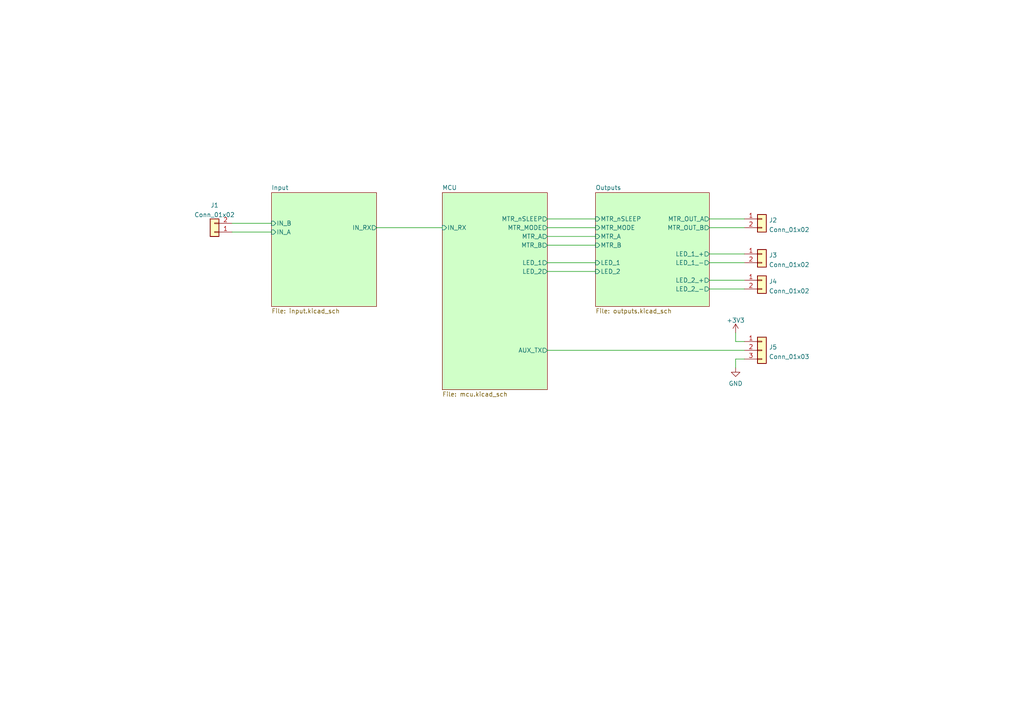
<source format=kicad_sch>
(kicad_sch (version 20211123) (generator eeschema)

  (uuid e63e39d7-6ac0-4ffd-8aa3-1841a4541b55)

  (paper "A4")

  (lib_symbols
    (symbol "Connector_Generic:Conn_01x02" (pin_names (offset 1.016) hide) (in_bom yes) (on_board yes)
      (property "Reference" "J" (id 0) (at 0 2.54 0)
        (effects (font (size 1.27 1.27)))
      )
      (property "Value" "Conn_01x02" (id 1) (at 0 -5.08 0)
        (effects (font (size 1.27 1.27)))
      )
      (property "Footprint" "" (id 2) (at 0 0 0)
        (effects (font (size 1.27 1.27)) hide)
      )
      (property "Datasheet" "~" (id 3) (at 0 0 0)
        (effects (font (size 1.27 1.27)) hide)
      )
      (property "ki_keywords" "connector" (id 4) (at 0 0 0)
        (effects (font (size 1.27 1.27)) hide)
      )
      (property "ki_description" "Generic connector, single row, 01x02, script generated (kicad-library-utils/schlib/autogen/connector/)" (id 5) (at 0 0 0)
        (effects (font (size 1.27 1.27)) hide)
      )
      (property "ki_fp_filters" "Connector*:*_1x??_*" (id 6) (at 0 0 0)
        (effects (font (size 1.27 1.27)) hide)
      )
      (symbol "Conn_01x02_1_1"
        (rectangle (start -1.27 -2.413) (end 0 -2.667)
          (stroke (width 0.1524) (type default) (color 0 0 0 0))
          (fill (type none))
        )
        (rectangle (start -1.27 0.127) (end 0 -0.127)
          (stroke (width 0.1524) (type default) (color 0 0 0 0))
          (fill (type none))
        )
        (rectangle (start -1.27 1.27) (end 1.27 -3.81)
          (stroke (width 0.254) (type default) (color 0 0 0 0))
          (fill (type background))
        )
        (pin passive line (at -5.08 0 0) (length 3.81)
          (name "Pin_1" (effects (font (size 1.27 1.27))))
          (number "1" (effects (font (size 1.27 1.27))))
        )
        (pin passive line (at -5.08 -2.54 0) (length 3.81)
          (name "Pin_2" (effects (font (size 1.27 1.27))))
          (number "2" (effects (font (size 1.27 1.27))))
        )
      )
    )
    (symbol "Connector_Generic:Conn_01x03" (pin_names (offset 1.016) hide) (in_bom yes) (on_board yes)
      (property "Reference" "J" (id 0) (at 0 5.08 0)
        (effects (font (size 1.27 1.27)))
      )
      (property "Value" "Conn_01x03" (id 1) (at 0 -5.08 0)
        (effects (font (size 1.27 1.27)))
      )
      (property "Footprint" "" (id 2) (at 0 0 0)
        (effects (font (size 1.27 1.27)) hide)
      )
      (property "Datasheet" "~" (id 3) (at 0 0 0)
        (effects (font (size 1.27 1.27)) hide)
      )
      (property "ki_keywords" "connector" (id 4) (at 0 0 0)
        (effects (font (size 1.27 1.27)) hide)
      )
      (property "ki_description" "Generic connector, single row, 01x03, script generated (kicad-library-utils/schlib/autogen/connector/)" (id 5) (at 0 0 0)
        (effects (font (size 1.27 1.27)) hide)
      )
      (property "ki_fp_filters" "Connector*:*_1x??_*" (id 6) (at 0 0 0)
        (effects (font (size 1.27 1.27)) hide)
      )
      (symbol "Conn_01x03_1_1"
        (rectangle (start -1.27 -2.413) (end 0 -2.667)
          (stroke (width 0.1524) (type default) (color 0 0 0 0))
          (fill (type none))
        )
        (rectangle (start -1.27 0.127) (end 0 -0.127)
          (stroke (width 0.1524) (type default) (color 0 0 0 0))
          (fill (type none))
        )
        (rectangle (start -1.27 2.667) (end 0 2.413)
          (stroke (width 0.1524) (type default) (color 0 0 0 0))
          (fill (type none))
        )
        (rectangle (start -1.27 3.81) (end 1.27 -3.81)
          (stroke (width 0.254) (type default) (color 0 0 0 0))
          (fill (type background))
        )
        (pin passive line (at -5.08 2.54 0) (length 3.81)
          (name "Pin_1" (effects (font (size 1.27 1.27))))
          (number "1" (effects (font (size 1.27 1.27))))
        )
        (pin passive line (at -5.08 0 0) (length 3.81)
          (name "Pin_2" (effects (font (size 1.27 1.27))))
          (number "2" (effects (font (size 1.27 1.27))))
        )
        (pin passive line (at -5.08 -2.54 0) (length 3.81)
          (name "Pin_3" (effects (font (size 1.27 1.27))))
          (number "3" (effects (font (size 1.27 1.27))))
        )
      )
    )
    (symbol "power:+3V3" (power) (pin_names (offset 0)) (in_bom yes) (on_board yes)
      (property "Reference" "#PWR" (id 0) (at 0 -3.81 0)
        (effects (font (size 1.27 1.27)) hide)
      )
      (property "Value" "+3V3" (id 1) (at 0 3.556 0)
        (effects (font (size 1.27 1.27)))
      )
      (property "Footprint" "" (id 2) (at 0 0 0)
        (effects (font (size 1.27 1.27)) hide)
      )
      (property "Datasheet" "" (id 3) (at 0 0 0)
        (effects (font (size 1.27 1.27)) hide)
      )
      (property "ki_keywords" "power-flag" (id 4) (at 0 0 0)
        (effects (font (size 1.27 1.27)) hide)
      )
      (property "ki_description" "Power symbol creates a global label with name \"+3V3\"" (id 5) (at 0 0 0)
        (effects (font (size 1.27 1.27)) hide)
      )
      (symbol "+3V3_0_1"
        (polyline
          (pts
            (xy -0.762 1.27)
            (xy 0 2.54)
          )
          (stroke (width 0) (type default) (color 0 0 0 0))
          (fill (type none))
        )
        (polyline
          (pts
            (xy 0 0)
            (xy 0 2.54)
          )
          (stroke (width 0) (type default) (color 0 0 0 0))
          (fill (type none))
        )
        (polyline
          (pts
            (xy 0 2.54)
            (xy 0.762 1.27)
          )
          (stroke (width 0) (type default) (color 0 0 0 0))
          (fill (type none))
        )
      )
      (symbol "+3V3_1_1"
        (pin power_in line (at 0 0 90) (length 0) hide
          (name "+3V3" (effects (font (size 1.27 1.27))))
          (number "1" (effects (font (size 1.27 1.27))))
        )
      )
    )
    (symbol "power:GND" (power) (pin_names (offset 0)) (in_bom yes) (on_board yes)
      (property "Reference" "#PWR" (id 0) (at 0 -6.35 0)
        (effects (font (size 1.27 1.27)) hide)
      )
      (property "Value" "GND" (id 1) (at 0 -3.81 0)
        (effects (font (size 1.27 1.27)))
      )
      (property "Footprint" "" (id 2) (at 0 0 0)
        (effects (font (size 1.27 1.27)) hide)
      )
      (property "Datasheet" "" (id 3) (at 0 0 0)
        (effects (font (size 1.27 1.27)) hide)
      )
      (property "ki_keywords" "power-flag" (id 4) (at 0 0 0)
        (effects (font (size 1.27 1.27)) hide)
      )
      (property "ki_description" "Power symbol creates a global label with name \"GND\" , ground" (id 5) (at 0 0 0)
        (effects (font (size 1.27 1.27)) hide)
      )
      (symbol "GND_0_1"
        (polyline
          (pts
            (xy 0 0)
            (xy 0 -1.27)
            (xy 1.27 -1.27)
            (xy 0 -2.54)
            (xy -1.27 -1.27)
            (xy 0 -1.27)
          )
          (stroke (width 0) (type default) (color 0 0 0 0))
          (fill (type none))
        )
      )
      (symbol "GND_1_1"
        (pin power_in line (at 0 0 270) (length 0) hide
          (name "GND" (effects (font (size 1.27 1.27))))
          (number "1" (effects (font (size 1.27 1.27))))
        )
      )
    )
  )


  (wire (pts (xy 158.75 63.5) (xy 172.72 63.5))
    (stroke (width 0) (type default) (color 0 0 0 0))
    (uuid 08dca4a5-bcb8-49ac-9308-0845170615f1)
  )
  (wire (pts (xy 158.75 78.74) (xy 172.72 78.74))
    (stroke (width 0) (type default) (color 0 0 0 0))
    (uuid 15eee9af-1d96-4e9f-97ef-d5fd559f0218)
  )
  (wire (pts (xy 158.75 66.04) (xy 172.72 66.04))
    (stroke (width 0) (type default) (color 0 0 0 0))
    (uuid 176464a8-c76f-4d8b-9b93-73d3b009ab65)
  )
  (wire (pts (xy 158.75 101.6) (xy 215.9 101.6))
    (stroke (width 0) (type default) (color 0 0 0 0))
    (uuid 2e958add-fa99-48ea-9fb1-ecea508747ed)
  )
  (wire (pts (xy 215.9 104.14) (xy 213.36 104.14))
    (stroke (width 0) (type default) (color 0 0 0 0))
    (uuid 3c8e9470-5ce2-4f18-9867-34cb5d3d04b7)
  )
  (wire (pts (xy 158.75 68.58) (xy 172.72 68.58))
    (stroke (width 0) (type default) (color 0 0 0 0))
    (uuid 3e770c14-e069-4a31-b400-2cdbdb4da2d5)
  )
  (wire (pts (xy 158.75 76.2) (xy 172.72 76.2))
    (stroke (width 0) (type default) (color 0 0 0 0))
    (uuid 50f65e5b-59f1-4b90-9685-477041d99e2f)
  )
  (wire (pts (xy 215.9 99.06) (xy 213.36 99.06))
    (stroke (width 0) (type default) (color 0 0 0 0))
    (uuid 569e0518-fb12-4fb3-af61-8589fd8add08)
  )
  (wire (pts (xy 213.36 104.14) (xy 213.36 106.68))
    (stroke (width 0) (type default) (color 0 0 0 0))
    (uuid 7e6d330e-712e-4bfe-b6c2-b13ce24d22d2)
  )
  (wire (pts (xy 213.36 99.06) (xy 213.36 96.52))
    (stroke (width 0) (type default) (color 0 0 0 0))
    (uuid 8aef043c-037f-4745-8637-95b45492b20f)
  )
  (wire (pts (xy 205.74 81.28) (xy 215.9 81.28))
    (stroke (width 0) (type default) (color 0 0 0 0))
    (uuid 9d964007-1179-4701-baca-d649887dbb50)
  )
  (wire (pts (xy 109.22 66.04) (xy 128.27 66.04))
    (stroke (width 0) (type default) (color 0 0 0 0))
    (uuid a42ca818-867b-421c-a4c7-7f3e28f58465)
  )
  (wire (pts (xy 205.74 63.5) (xy 215.9 63.5))
    (stroke (width 0) (type default) (color 0 0 0 0))
    (uuid be9f77dc-69cf-4aa1-a785-cddad5658944)
  )
  (wire (pts (xy 205.74 83.82) (xy 215.9 83.82))
    (stroke (width 0) (type default) (color 0 0 0 0))
    (uuid c055555a-86c5-407c-8d15-23bcba61e409)
  )
  (wire (pts (xy 158.75 71.12) (xy 172.72 71.12))
    (stroke (width 0) (type default) (color 0 0 0 0))
    (uuid ce634016-4784-49af-9e12-d769405687e6)
  )
  (wire (pts (xy 205.74 73.66) (xy 215.9 73.66))
    (stroke (width 0) (type default) (color 0 0 0 0))
    (uuid d04d7e6d-6890-4392-9174-65c11592ae94)
  )
  (wire (pts (xy 67.31 64.77) (xy 78.74 64.77))
    (stroke (width 0) (type default) (color 0 0 0 0))
    (uuid d43be89d-b479-416a-a2da-eff30fb03d78)
  )
  (wire (pts (xy 67.31 67.31) (xy 78.74 67.31))
    (stroke (width 0) (type default) (color 0 0 0 0))
    (uuid dcc71b90-4275-4718-91bc-7f06c2f2f682)
  )
  (wire (pts (xy 205.74 76.2) (xy 215.9 76.2))
    (stroke (width 0) (type default) (color 0 0 0 0))
    (uuid de55d74c-ec1b-4d2b-9f0b-7a425a8f7405)
  )
  (wire (pts (xy 205.74 66.04) (xy 215.9 66.04))
    (stroke (width 0) (type default) (color 0 0 0 0))
    (uuid e6a7911f-1c23-43b7-bc47-3d28efd9c3b7)
  )

  (symbol (lib_id "Connector_Generic:Conn_01x02") (at 220.98 63.5 0) (unit 1)
    (in_bom yes) (on_board yes) (fields_autoplaced)
    (uuid 157d2776-91b6-476c-884d-f2d34fe83ac4)
    (property "Reference" "J2" (id 0) (at 223.012 63.8615 0)
      (effects (font (size 1.27 1.27)) (justify left))
    )
    (property "Value" "Conn_01x02" (id 1) (at 223.012 66.6366 0)
      (effects (font (size 1.27 1.27)) (justify left))
    )
    (property "Footprint" "Connector_PinHeader_2.54mm:PinHeader_1x02_P2.54mm_Vertical" (id 2) (at 220.98 63.5 0)
      (effects (font (size 1.27 1.27)) hide)
    )
    (property "Datasheet" "~" (id 3) (at 220.98 63.5 0)
      (effects (font (size 1.27 1.27)) hide)
    )
    (pin "1" (uuid 163fb0c9-409e-4ab1-af27-25f12814a09e))
    (pin "2" (uuid 582d63b6-5dce-4f66-a312-90544e479f2e))
  )

  (symbol (lib_id "Connector_Generic:Conn_01x02") (at 220.98 81.28 0) (unit 1)
    (in_bom yes) (on_board yes) (fields_autoplaced)
    (uuid 529690c4-a313-4ec2-b6f8-ebbb63827f8c)
    (property "Reference" "J4" (id 0) (at 223.012 81.6415 0)
      (effects (font (size 1.27 1.27)) (justify left))
    )
    (property "Value" "Conn_01x02" (id 1) (at 223.012 84.4166 0)
      (effects (font (size 1.27 1.27)) (justify left))
    )
    (property "Footprint" "Connector_PinHeader_2.54mm:PinHeader_1x02_P2.54mm_Vertical" (id 2) (at 220.98 81.28 0)
      (effects (font (size 1.27 1.27)) hide)
    )
    (property "Datasheet" "~" (id 3) (at 220.98 81.28 0)
      (effects (font (size 1.27 1.27)) hide)
    )
    (pin "1" (uuid c45adbc4-8224-4cac-a3a6-6a66dcb8f469))
    (pin "2" (uuid adb8e1fb-01ce-4ac9-981b-6336ec61de63))
  )

  (symbol (lib_id "Connector_Generic:Conn_01x02") (at 62.23 67.31 180) (unit 1)
    (in_bom yes) (on_board yes) (fields_autoplaced)
    (uuid 58ebd653-1e67-4781-9033-391b4bebf681)
    (property "Reference" "J1" (id 0) (at 62.23 59.5335 0))
    (property "Value" "Conn_01x02" (id 1) (at 62.23 62.3086 0))
    (property "Footprint" "Connector_PinHeader_2.54mm:PinHeader_1x02_P2.54mm_Vertical" (id 2) (at 62.23 67.31 0)
      (effects (font (size 1.27 1.27)) hide)
    )
    (property "Datasheet" "~" (id 3) (at 62.23 67.31 0)
      (effects (font (size 1.27 1.27)) hide)
    )
    (pin "1" (uuid cfbea7d8-7d26-445d-bcf8-99674ca859ec))
    (pin "2" (uuid bc47dbfa-7ff0-48c8-b1cc-7c272d4cafa1))
  )

  (symbol (lib_id "power:GND") (at 213.36 106.68 0) (unit 1)
    (in_bom yes) (on_board yes) (fields_autoplaced)
    (uuid c1eda8d6-4955-4755-8da8-9f5f4ed0f988)
    (property "Reference" "#PWR02" (id 0) (at 213.36 113.03 0)
      (effects (font (size 1.27 1.27)) hide)
    )
    (property "Value" "GND" (id 1) (at 213.36 111.2425 0))
    (property "Footprint" "" (id 2) (at 213.36 106.68 0)
      (effects (font (size 1.27 1.27)) hide)
    )
    (property "Datasheet" "" (id 3) (at 213.36 106.68 0)
      (effects (font (size 1.27 1.27)) hide)
    )
    (pin "1" (uuid bc9f1ded-2f0e-4a5e-a7fc-4a2cc20c1337))
  )

  (symbol (lib_id "power:+3V3") (at 213.36 96.52 0) (unit 1)
    (in_bom yes) (on_board yes) (fields_autoplaced)
    (uuid c582d51c-ef94-4788-8b7e-097cb588dd31)
    (property "Reference" "#PWR01" (id 0) (at 213.36 100.33 0)
      (effects (font (size 1.27 1.27)) hide)
    )
    (property "Value" "+3V3" (id 1) (at 213.36 92.9155 0))
    (property "Footprint" "" (id 2) (at 213.36 96.52 0)
      (effects (font (size 1.27 1.27)) hide)
    )
    (property "Datasheet" "" (id 3) (at 213.36 96.52 0)
      (effects (font (size 1.27 1.27)) hide)
    )
    (pin "1" (uuid c182f0c5-1ee6-4208-b897-bd0d844ca760))
  )

  (symbol (lib_id "Connector_Generic:Conn_01x03") (at 220.98 101.6 0) (unit 1)
    (in_bom yes) (on_board yes) (fields_autoplaced)
    (uuid cca33e9b-ed08-4e5e-a2f4-3b8145987dd5)
    (property "Reference" "J5" (id 0) (at 223.012 100.6915 0)
      (effects (font (size 1.27 1.27)) (justify left))
    )
    (property "Value" "Conn_01x03" (id 1) (at 223.012 103.4666 0)
      (effects (font (size 1.27 1.27)) (justify left))
    )
    (property "Footprint" "Connector_PinHeader_2.54mm:PinHeader_1x03_P2.54mm_Vertical" (id 2) (at 220.98 101.6 0)
      (effects (font (size 1.27 1.27)) hide)
    )
    (property "Datasheet" "~" (id 3) (at 220.98 101.6 0)
      (effects (font (size 1.27 1.27)) hide)
    )
    (pin "1" (uuid b80bdec7-e954-46f1-bfe8-3b6f5a27217a))
    (pin "2" (uuid 8c62e620-787b-4c47-97db-e029c7f95edd))
    (pin "3" (uuid f57c0e44-be29-4e1c-8e3d-9bc78cf4d4ec))
  )

  (symbol (lib_id "Connector_Generic:Conn_01x02") (at 220.98 73.66 0) (unit 1)
    (in_bom yes) (on_board yes) (fields_autoplaced)
    (uuid fa892787-100f-41d8-8e84-85c8d54502b0)
    (property "Reference" "J3" (id 0) (at 223.012 74.0215 0)
      (effects (font (size 1.27 1.27)) (justify left))
    )
    (property "Value" "Conn_01x02" (id 1) (at 223.012 76.7966 0)
      (effects (font (size 1.27 1.27)) (justify left))
    )
    (property "Footprint" "Connector_PinHeader_2.54mm:PinHeader_1x02_P2.54mm_Vertical" (id 2) (at 220.98 73.66 0)
      (effects (font (size 1.27 1.27)) hide)
    )
    (property "Datasheet" "~" (id 3) (at 220.98 73.66 0)
      (effects (font (size 1.27 1.27)) hide)
    )
    (pin "1" (uuid 45889a81-28eb-4b7a-9d4d-9c16fe0f7134))
    (pin "2" (uuid 9521b4e5-4c49-4300-8cba-e1029af354e3))
  )

  (sheet (at 128.27 55.88) (size 30.48 57.15) (fields_autoplaced)
    (stroke (width 0.1524) (type solid) (color 0 0 0 0))
    (fill (color 208 255 200 1.0000))
    (uuid 006a6a53-cbff-44fe-a8c9-e725eb0ac93c)
    (property "Sheet name" "MCU" (id 0) (at 128.27 55.1684 0)
      (effects (font (size 1.27 1.27)) (justify left bottom))
    )
    (property "Sheet file" "mcu.kicad_sch" (id 1) (at 128.27 113.6146 0)
      (effects (font (size 1.27 1.27)) (justify left top))
    )
    (pin "MTR_MODE" output (at 158.75 66.04 0)
      (effects (font (size 1.27 1.27)) (justify right))
      (uuid ed651962-d91b-4de3-bf48-d4a10cf833c7)
    )
    (pin "IN_RX" input (at 128.27 66.04 180)
      (effects (font (size 1.27 1.27)) (justify left))
      (uuid 1cb0a01c-9527-4ae6-8cb3-7bbd1300e76f)
    )
    (pin "MTR_A" output (at 158.75 68.58 0)
      (effects (font (size 1.27 1.27)) (justify right))
      (uuid b1722b2c-f7d7-4ec4-bb16-d244f95aa19b)
    )
    (pin "MTR_nSLEEP" output (at 158.75 63.5 0)
      (effects (font (size 1.27 1.27)) (justify right))
      (uuid 79b96a72-02e5-4192-b066-18d368898b95)
    )
    (pin "MTR_B" output (at 158.75 71.12 0)
      (effects (font (size 1.27 1.27)) (justify right))
      (uuid 9cacc9fd-64e0-4cea-9bb5-529a484c6896)
    )
    (pin "AUX_TX" output (at 158.75 101.6 0)
      (effects (font (size 1.27 1.27)) (justify right))
      (uuid e4a47c1e-6f80-46d5-a6df-285f77349363)
    )
    (pin "LED_1" output (at 158.75 76.2 0)
      (effects (font (size 1.27 1.27)) (justify right))
      (uuid a8afad2b-0f78-4eec-a0cd-e15b10e169cc)
    )
    (pin "LED_2" output (at 158.75 78.74 0)
      (effects (font (size 1.27 1.27)) (justify right))
      (uuid dfad02e7-1a08-4ce5-85d7-87fb0a2aed8a)
    )
  )

  (sheet (at 172.72 55.88) (size 33.02 33.02) (fields_autoplaced)
    (stroke (width 0.1524) (type solid) (color 0 0 0 0))
    (fill (color 208 255 200 1.0000))
    (uuid 31179367-4735-43b8-ab87-5731fd116c29)
    (property "Sheet name" "Outputs" (id 0) (at 172.72 55.1684 0)
      (effects (font (size 1.27 1.27)) (justify left bottom))
    )
    (property "Sheet file" "outputs.kicad_sch" (id 1) (at 172.72 89.4846 0)
      (effects (font (size 1.27 1.27)) (justify left top))
    )
    (pin "MTR_A" input (at 172.72 68.58 180)
      (effects (font (size 1.27 1.27)) (justify left))
      (uuid 18da1ff9-e41d-46c6-b4e9-a78d98caa70b)
    )
    (pin "MTR_B" input (at 172.72 71.12 180)
      (effects (font (size 1.27 1.27)) (justify left))
      (uuid ac561f0f-e2d9-418e-a269-0129695a62f8)
    )
    (pin "MTR_MODE" input (at 172.72 66.04 180)
      (effects (font (size 1.27 1.27)) (justify left))
      (uuid e9e5271b-d255-4e0d-a462-bde83387c840)
    )
    (pin "MTR_nSLEEP" input (at 172.72 63.5 180)
      (effects (font (size 1.27 1.27)) (justify left))
      (uuid 13d6fad7-9e96-411d-ab56-2e3a1ba943e9)
    )
    (pin "MTR_OUT_A" output (at 205.74 63.5 0)
      (effects (font (size 1.27 1.27)) (justify right))
      (uuid 3ebe30cf-5828-42ea-915e-d98368c6a11d)
    )
    (pin "MTR_OUT_B" output (at 205.74 66.04 0)
      (effects (font (size 1.27 1.27)) (justify right))
      (uuid 48d46ea8-cce0-4a66-ae14-7282ed68798a)
    )
    (pin "LED_1" input (at 172.72 76.2 180)
      (effects (font (size 1.27 1.27)) (justify left))
      (uuid 34f940f9-c178-4786-8f03-74410d075c35)
    )
    (pin "LED_2" input (at 172.72 78.74 180)
      (effects (font (size 1.27 1.27)) (justify left))
      (uuid d41b5ac0-ab64-4a9b-a6fc-275b510b5a30)
    )
    (pin "LED_1_+" output (at 205.74 73.66 0)
      (effects (font (size 1.27 1.27)) (justify right))
      (uuid d2d4ddb1-eea7-4352-abef-6e07ef7d659a)
    )
    (pin "LED_1_-" output (at 205.74 76.2 0)
      (effects (font (size 1.27 1.27)) (justify right))
      (uuid a85d2ec2-9c67-43ac-96b7-7126e9ad43cb)
    )
    (pin "LED_2_-" output (at 205.74 83.82 0)
      (effects (font (size 1.27 1.27)) (justify right))
      (uuid af34c5e0-6852-4619-8ea3-43d7ae048d9f)
    )
    (pin "LED_2_+" output (at 205.74 81.28 0)
      (effects (font (size 1.27 1.27)) (justify right))
      (uuid bd7e1d8d-32e0-49e0-942a-4fef39ff1f4f)
    )
  )

  (sheet (at 78.74 55.88) (size 30.48 33.02) (fields_autoplaced)
    (stroke (width 0.1524) (type solid) (color 0 0 0 0))
    (fill (color 208 255 200 1.0000))
    (uuid 6b1a99eb-c0db-4ff7-b6fa-940edd4023a7)
    (property "Sheet name" "Input" (id 0) (at 78.74 55.1684 0)
      (effects (font (size 1.27 1.27)) (justify left bottom))
    )
    (property "Sheet file" "input.kicad_sch" (id 1) (at 78.74 89.4846 0)
      (effects (font (size 1.27 1.27)) (justify left top))
    )
    (pin "IN_RX" output (at 109.22 66.04 0)
      (effects (font (size 1.27 1.27)) (justify right))
      (uuid 16acee5a-c542-40cb-b967-4bacfed092cf)
    )
    (pin "IN_B" input (at 78.74 64.77 180)
      (effects (font (size 1.27 1.27)) (justify left))
      (uuid 0c5064a5-0033-4024-ad87-9b76df60228b)
    )
    (pin "IN_A" input (at 78.74 67.31 180)
      (effects (font (size 1.27 1.27)) (justify left))
      (uuid 0a8ce70d-6935-4b1f-8b3b-9bc7c0decaf0)
    )
  )

  (sheet_instances
    (path "/" (page "1"))
    (path "/006a6a53-cbff-44fe-a8c9-e725eb0ac93c" (page "2"))
    (path "/31179367-4735-43b8-ab87-5731fd116c29" (page "3"))
    (path "/6b1a99eb-c0db-4ff7-b6fa-940edd4023a7" (page "4"))
  )

  (symbol_instances
    (path "/c582d51c-ef94-4788-8b7e-097cb588dd31"
      (reference "#PWR01") (unit 1) (value "+3V3") (footprint "")
    )
    (path "/c1eda8d6-4955-4755-8da8-9f5f4ed0f988"
      (reference "#PWR02") (unit 1) (value "GND") (footprint "")
    )
    (path "/006a6a53-cbff-44fe-a8c9-e725eb0ac93c/3388d306-cd68-443e-8712-45aaf8c91810"
      (reference "#PWR03") (unit 1) (value "+12V") (footprint "")
    )
    (path "/006a6a53-cbff-44fe-a8c9-e725eb0ac93c/0d9be1de-641a-4885-af2b-e3447019baf4"
      (reference "#PWR04") (unit 1) (value "+3V3") (footprint "")
    )
    (path "/006a6a53-cbff-44fe-a8c9-e725eb0ac93c/38491887-33ac-4d37-8ca9-b33c0f9119db"
      (reference "#PWR05") (unit 1) (value "GND") (footprint "")
    )
    (path "/006a6a53-cbff-44fe-a8c9-e725eb0ac93c/be008078-839e-4ac4-9163-ae0a17915c75"
      (reference "#PWR06") (unit 1) (value "+3V3") (footprint "")
    )
    (path "/006a6a53-cbff-44fe-a8c9-e725eb0ac93c/376164d5-be20-4df3-b3e6-b180f2330e73"
      (reference "#PWR07") (unit 1) (value "GND") (footprint "")
    )
    (path "/006a6a53-cbff-44fe-a8c9-e725eb0ac93c/5ef0cf30-178a-472d-ba21-a58fac7bd737"
      (reference "#PWR08") (unit 1) (value "+3V3") (footprint "")
    )
    (path "/006a6a53-cbff-44fe-a8c9-e725eb0ac93c/ded9af35-f1d4-4189-89a0-61c844e7f855"
      (reference "#PWR09") (unit 1) (value "GND") (footprint "")
    )
    (path "/006a6a53-cbff-44fe-a8c9-e725eb0ac93c/4774d3f2-e139-4a47-bf0b-22d03ce0a611"
      (reference "#PWR010") (unit 1) (value "+3V3") (footprint "")
    )
    (path "/006a6a53-cbff-44fe-a8c9-e725eb0ac93c/9f34b5d4-6fd5-40d8-9ac9-78250ad65c7e"
      (reference "#PWR011") (unit 1) (value "+3V3") (footprint "")
    )
    (path "/006a6a53-cbff-44fe-a8c9-e725eb0ac93c/312a4608-72ae-49dc-9a4a-1e1b9d75e7d3"
      (reference "#PWR012") (unit 1) (value "GND") (footprint "")
    )
    (path "/006a6a53-cbff-44fe-a8c9-e725eb0ac93c/f8c58113-2950-4d78-b8dd-a7034c6141e0"
      (reference "#PWR013") (unit 1) (value "GND") (footprint "")
    )
    (path "/006a6a53-cbff-44fe-a8c9-e725eb0ac93c/c4003fe4-9159-482a-9806-c0b4030abec1"
      (reference "#PWR014") (unit 1) (value "+3V3") (footprint "")
    )
    (path "/31179367-4735-43b8-ab87-5731fd116c29/6ef5569d-eadd-405f-89ce-2ff855cd5d9e"
      (reference "#PWR015") (unit 1) (value "+12V") (footprint "")
    )
    (path "/31179367-4735-43b8-ab87-5731fd116c29/0b862dd0-afd9-4a89-8f9c-33258f39a81a"
      (reference "#PWR016") (unit 1) (value "GND") (footprint "")
    )
    (path "/31179367-4735-43b8-ab87-5731fd116c29/54081a83-f371-4f08-af67-3c01ceaa05c4"
      (reference "#PWR017") (unit 1) (value "+12V") (footprint "")
    )
    (path "/31179367-4735-43b8-ab87-5731fd116c29/02f20395-581e-4e5a-852a-94ecaeea9b4c"
      (reference "#PWR018") (unit 1) (value "GND") (footprint "")
    )
    (path "/31179367-4735-43b8-ab87-5731fd116c29/75f3f9d6-40ff-4d94-9039-f3430194542e"
      (reference "#PWR019") (unit 1) (value "+12V") (footprint "")
    )
    (path "/31179367-4735-43b8-ab87-5731fd116c29/ed9c1f4b-70a9-4346-9096-86e483726ce0"
      (reference "#PWR020") (unit 1) (value "GND") (footprint "")
    )
    (path "/6b1a99eb-c0db-4ff7-b6fa-940edd4023a7/160fa1bf-95d4-40e0-9a37-315104155b63"
      (reference "#PWR021") (unit 1) (value "GND") (footprint "")
    )
    (path "/6b1a99eb-c0db-4ff7-b6fa-940edd4023a7/d982aedd-2fa4-4c75-b13e-a1d0fdf14d42"
      (reference "#PWR022") (unit 1) (value "+12V") (footprint "")
    )
    (path "/6b1a99eb-c0db-4ff7-b6fa-940edd4023a7/f67b0151-2d28-4f6c-8810-74376d6e3c69"
      (reference "#PWR023") (unit 1) (value "GND") (footprint "")
    )
    (path "/6b1a99eb-c0db-4ff7-b6fa-940edd4023a7/f0122f77-23b2-4b40-b15a-135dbe9a80cf"
      (reference "#PWR024") (unit 1) (value "+3V3") (footprint "")
    )
    (path "/6b1a99eb-c0db-4ff7-b6fa-940edd4023a7/25c8ef28-a876-43e1-a453-9b8a12168994"
      (reference "#PWR025") (unit 1) (value "GND") (footprint "")
    )
    (path "/006a6a53-cbff-44fe-a8c9-e725eb0ac93c/baf01f49-22d3-46b5-8f4a-59c476795571"
      (reference "#PWR0101") (unit 1) (value "GND") (footprint "")
    )
    (path "/006a6a53-cbff-44fe-a8c9-e725eb0ac93c/26350851-2b6b-4c76-8ab3-026f5ce760a8"
      (reference "C1") (unit 1) (value "C_0402") (footprint "C_Capacitor:C_0402")
    )
    (path "/006a6a53-cbff-44fe-a8c9-e725eb0ac93c/b6f847c1-775c-4d7c-970a-1683eaf13d8c"
      (reference "C2") (unit 1) (value "C_0402") (footprint "C_Capacitor:C_0402")
    )
    (path "/006a6a53-cbff-44fe-a8c9-e725eb0ac93c/0eb19d5d-faf4-4b84-aea0-ccd64f187919"
      (reference "C3") (unit 1) (value "C_0402") (footprint "C_Capacitor:C_0402")
    )
    (path "/006a6a53-cbff-44fe-a8c9-e725eb0ac93c/a4515b28-9d08-4dab-9e48-8e9070dff0ee"
      (reference "C4") (unit 1) (value "C_0402") (footprint "C_Capacitor:C_0402")
    )
    (path "/006a6a53-cbff-44fe-a8c9-e725eb0ac93c/3b962f44-9c28-407a-a303-a9ab39086592"
      (reference "C5") (unit 1) (value "C_0402") (footprint "C_Capacitor:C_0402")
    )
    (path "/006a6a53-cbff-44fe-a8c9-e725eb0ac93c/f89a2001-8af1-43d6-a38d-971c7f61226f"
      (reference "C6") (unit 1) (value "C_0805") (footprint "C_Capacitor:C_0805")
    )
    (path "/006a6a53-cbff-44fe-a8c9-e725eb0ac93c/6feb2bc1-69c0-4a28-b1fc-77f49d5ab78f"
      (reference "C7") (unit 1) (value "C_0805") (footprint "C_Capacitor:C_0805")
    )
    (path "/31179367-4735-43b8-ab87-5731fd116c29/0d48d927-0c62-490c-8616-63370b7e19ae"
      (reference "C8") (unit 1) (value "C_0402") (footprint "C_Capacitor:C_0402")
    )
    (path "/31179367-4735-43b8-ab87-5731fd116c29/be2eca24-c96a-4723-9095-cf4fc1556172"
      (reference "C9") (unit 1) (value "C_0805") (footprint "C_Capacitor:C_0805")
    )
    (path "/6b1a99eb-c0db-4ff7-b6fa-940edd4023a7/9649a60f-267e-4713-b852-6fe8cae44bed"
      (reference "C10") (unit 1) (value "C_0402") (footprint "C_Capacitor:C_0402")
    )
    (path "/6b1a99eb-c0db-4ff7-b6fa-940edd4023a7/e7ecfe48-51d2-44c5-894b-bc1a953fb11b"
      (reference "C11") (unit 1) (value "C_0402") (footprint "C_Capacitor:C_0402")
    )
    (path "/6b1a99eb-c0db-4ff7-b6fa-940edd4023a7/d72dfd7d-3edb-4d12-8c8f-fae06686d29e"
      (reference "D1") (unit 1) (value "BAS3007ARPPE6327HTSA1") (footprint "U_IC:SOT23_4")
    )
    (path "/006a6a53-cbff-44fe-a8c9-e725eb0ac93c/f920fce2-c070-4015-81ca-c00d3dcfd63a"
      (reference "DS1") (unit 1) (value "DS_0603") (footprint "DS_LED:DS_0603")
    )
    (path "/58ebd653-1e67-4781-9033-391b4bebf681"
      (reference "J1") (unit 1) (value "Conn_01x02") (footprint "Connector_PinHeader_2.54mm:PinHeader_1x02_P2.54mm_Vertical")
    )
    (path "/157d2776-91b6-476c-884d-f2d34fe83ac4"
      (reference "J2") (unit 1) (value "Conn_01x02") (footprint "Connector_PinHeader_2.54mm:PinHeader_1x02_P2.54mm_Vertical")
    )
    (path "/fa892787-100f-41d8-8e84-85c8d54502b0"
      (reference "J3") (unit 1) (value "Conn_01x02") (footprint "Connector_PinHeader_2.54mm:PinHeader_1x02_P2.54mm_Vertical")
    )
    (path "/529690c4-a313-4ec2-b6f8-ebbb63827f8c"
      (reference "J4") (unit 1) (value "Conn_01x02") (footprint "Connector_PinHeader_2.54mm:PinHeader_1x02_P2.54mm_Vertical")
    )
    (path "/cca33e9b-ed08-4e5e-a2f4-3b8145987dd5"
      (reference "J5") (unit 1) (value "Conn_01x03") (footprint "Connector_PinHeader_2.54mm:PinHeader_1x03_P2.54mm_Vertical")
    )
    (path "/006a6a53-cbff-44fe-a8c9-e725eb0ac93c/4528f888-4c68-4c45-9ce1-383f0e68cdaa"
      (reference "J6") (unit 1) (value "TC_2030_NL_STLINK") (footprint "N-NonPart:TagConnect_2030_NL")
    )
    (path "/31179367-4735-43b8-ab87-5731fd116c29/2f325cbd-850f-465c-a808-edaca1c17298"
      (reference "Q1") (unit 1) (value "FDN335N") (footprint "U_IC:SOT23_3")
    )
    (path "/31179367-4735-43b8-ab87-5731fd116c29/4c6f7b3f-8a82-4ca0-903b-6f5dd129db0a"
      (reference "Q2") (unit 1) (value "FDN335N") (footprint "U_IC:SOT23_3")
    )
    (path "/006a6a53-cbff-44fe-a8c9-e725eb0ac93c/96ad409d-a68d-4591-a496-9ef158ea4f72"
      (reference "R1") (unit 1) (value "R_0402") (footprint "R_Resistor:R_0402")
    )
    (path "/31179367-4735-43b8-ab87-5731fd116c29/e41b5e7f-9e21-455c-8fbb-0ef45c330407"
      (reference "R2") (unit 1) (value "R_0603") (footprint "R_Resistor:R_0603")
    )
    (path "/31179367-4735-43b8-ab87-5731fd116c29/604d38b5-cff6-4dbb-b65b-30f47c439800"
      (reference "R3") (unit 1) (value "R_0603") (footprint "R_Resistor:R_0603")
    )
    (path "/6b1a99eb-c0db-4ff7-b6fa-940edd4023a7/dc930faf-9ea5-4432-9421-b755c42807f9"
      (reference "R4") (unit 1) (value "R_0402") (footprint "R_Resistor:R_0402")
    )
    (path "/6b1a99eb-c0db-4ff7-b6fa-940edd4023a7/3569fb95-0384-499e-8296-606d77caad98"
      (reference "R5") (unit 1) (value "R_0402") (footprint "R_Resistor:R_0402")
    )
    (path "/6b1a99eb-c0db-4ff7-b6fa-940edd4023a7/2dbb256b-3a5f-4cac-adba-18508763ab61"
      (reference "R6") (unit 1) (value "R_0402") (footprint "R_Resistor:R_0402")
    )
    (path "/6b1a99eb-c0db-4ff7-b6fa-940edd4023a7/d81ed52c-1827-4bc0-b996-875a4a8f8971"
      (reference "R7") (unit 1) (value "R_0402") (footprint "R_Resistor:R_0402")
    )
    (path "/006a6a53-cbff-44fe-a8c9-e725eb0ac93c/cdcb7140-05d9-4b8d-b468-83839eeed7e0"
      (reference "R8") (unit 1) (value "R_0402") (footprint "R_Resistor:R_0402")
    )
    (path "/006a6a53-cbff-44fe-a8c9-e725eb0ac93c/7fdd5d1f-3d5a-4e61-bd69-ad5516f3713d"
      (reference "U1") (unit 1) (value "MCP1755T-3302E/OT") (footprint "U_IC:SOT23_5")
    )
    (path "/006a6a53-cbff-44fe-a8c9-e725eb0ac93c/43d1a074-8d9c-4362-86e8-e0723f179eef"
      (reference "U2") (unit 1) (value "STM32L011KxUx") (footprint "U_IC:QFN32_05_5x5_EP")
    )
    (path "/31179367-4735-43b8-ab87-5731fd116c29/393ba611-1d05-4a26-89a6-1f5cdee6e763"
      (reference "U3") (unit 1) (value "DRV8220DSGR") (footprint "U_IC:DFN8_05_2x2_EP")
    )
    (path "/6b1a99eb-c0db-4ff7-b6fa-940edd4023a7/6e1f3d29-6828-4942-8b69-73a39fd30a05"
      (reference "U4") (unit 1) (value "TLV9041IDBVR") (footprint "U_IC:SOT23_5")
    )
  )
)

</source>
